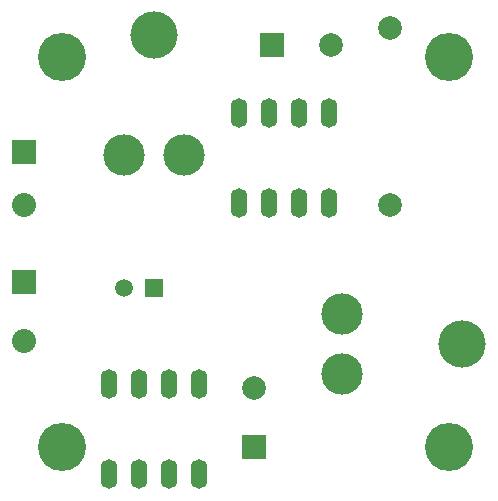
<source format=gbs>
G04 #@! TF.FileFunction,Soldermask,Bot*
%FSLAX46Y46*%
G04 Gerber Fmt 4.6, Leading zero omitted, Abs format (unit mm)*
G04 Created by KiCad (PCBNEW (2015-11-24 BZR 6329)-product) date Sat 09 Jan 2016 01:49:53 PM EST*
%MOMM*%
G01*
G04 APERTURE LIST*
%ADD10C,0.100000*%
%ADD11R,2.032000X2.032000*%
%ADD12O,2.032000X2.032000*%
%ADD13O,1.400000X2.500000*%
%ADD14R,2.000000X2.000000*%
%ADD15C,2.000000*%
%ADD16C,1.998980*%
%ADD17C,3.500000*%
%ADD18C,4.000000*%
%ADD19R,1.500000X1.500000*%
%ADD20C,1.500000*%
%ADD21C,4.064000*%
G04 APERTURE END LIST*
D10*
D11*
X193000000Y-91500000D03*
D12*
X193000000Y-96000000D03*
D11*
X193000000Y-102500000D03*
D12*
X193000000Y-107500000D03*
D13*
X207810000Y-111190000D03*
X205270000Y-111190000D03*
X202730000Y-111190000D03*
X200190000Y-111190000D03*
X200190000Y-118810000D03*
X202730000Y-118810000D03*
X205270000Y-118810000D03*
X207810000Y-118810000D03*
X218810000Y-88190000D03*
X216270000Y-88190000D03*
X213730000Y-88190000D03*
X211190000Y-88190000D03*
X211190000Y-95810000D03*
X213730000Y-95810000D03*
X216270000Y-95810000D03*
X218810000Y-95810000D03*
D14*
X214000000Y-82500000D03*
D15*
X219000000Y-82500000D03*
D14*
X212500000Y-116500000D03*
D15*
X212500000Y-111500000D03*
D16*
X224000000Y-96000000D03*
X224000000Y-81000000D03*
D17*
X219960000Y-105210000D03*
X219960000Y-110290000D03*
D18*
X230120000Y-107750000D03*
D17*
X201460000Y-91790000D03*
X206540000Y-91790000D03*
D18*
X204000000Y-81630000D03*
D19*
X204000000Y-103000000D03*
D20*
X201500000Y-103000000D03*
D21*
X196250000Y-83500000D03*
X229000000Y-83500000D03*
X196250000Y-116500000D03*
X229000000Y-116500000D03*
M02*

</source>
